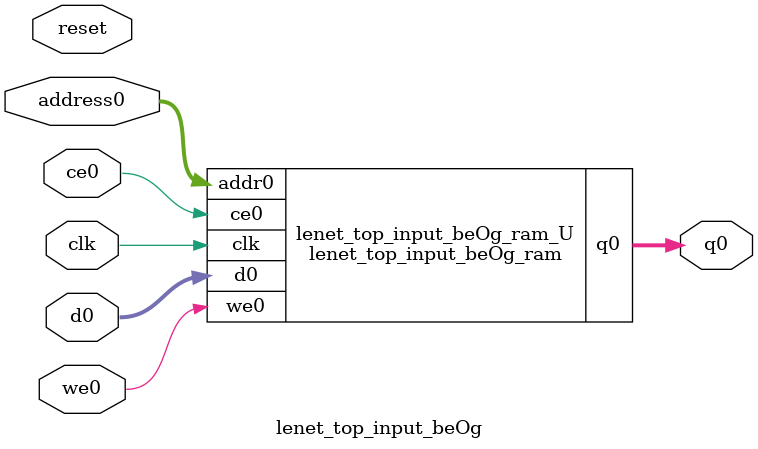
<source format=v>
`timescale 1 ns / 1 ps
module lenet_top_input_beOg_ram (addr0, ce0, d0, we0, q0,  clk);

parameter DWIDTH = 32;
parameter AWIDTH = 10;
parameter MEM_SIZE = 1024;

input[AWIDTH-1:0] addr0;
input ce0;
input[DWIDTH-1:0] d0;
input we0;
output reg[DWIDTH-1:0] q0;
input clk;

(* ram_style = "block" *)reg [DWIDTH-1:0] ram[0:MEM_SIZE-1];




always @(posedge clk)  
begin 
    if (ce0) 
    begin
        if (we0) 
        begin 
            ram[addr0] <= d0; 
        end 
        q0 <= ram[addr0];
    end
end


endmodule

`timescale 1 ns / 1 ps
module lenet_top_input_beOg(
    reset,
    clk,
    address0,
    ce0,
    we0,
    d0,
    q0);

parameter DataWidth = 32'd32;
parameter AddressRange = 32'd1024;
parameter AddressWidth = 32'd10;
input reset;
input clk;
input[AddressWidth - 1:0] address0;
input ce0;
input we0;
input[DataWidth - 1:0] d0;
output[DataWidth - 1:0] q0;



lenet_top_input_beOg_ram lenet_top_input_beOg_ram_U(
    .clk( clk ),
    .addr0( address0 ),
    .ce0( ce0 ),
    .we0( we0 ),
    .d0( d0 ),
    .q0( q0 ));

endmodule


</source>
